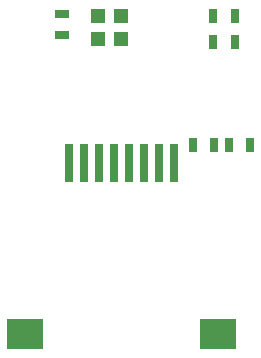
<source format=gbr>
G04 EAGLE Gerber RS-274X export*
G75*
%MOMM*%
%FSLAX34Y34*%
%LPD*%
%INSolderpaste Top*%
%IPPOS*%
%AMOC8*
5,1,8,0,0,1.08239X$1,22.5*%
G01*
%ADD10R,1.200000X0.800000*%
%ADD11R,0.800000X1.200000*%
%ADD12R,0.800000X3.200000*%
%ADD13R,3.120000X2.540000*%
%ADD14R,1.300000X1.300000*%


D10*
X50000Y291500D03*
X50000Y273500D03*
D11*
X191000Y180000D03*
X209000Y180000D03*
X161000Y180000D03*
X179000Y180000D03*
X178000Y267500D03*
X196000Y267500D03*
X178000Y290000D03*
X196000Y290000D03*
D12*
X144450Y165200D03*
X131750Y165200D03*
X119050Y165200D03*
X106350Y165200D03*
X93650Y165200D03*
X80950Y165200D03*
X68250Y165200D03*
X55550Y165200D03*
D13*
X181700Y20000D03*
X18300Y20000D03*
D14*
X80000Y270000D03*
X80000Y290000D03*
X100000Y290000D03*
X100000Y270000D03*
M02*

</source>
